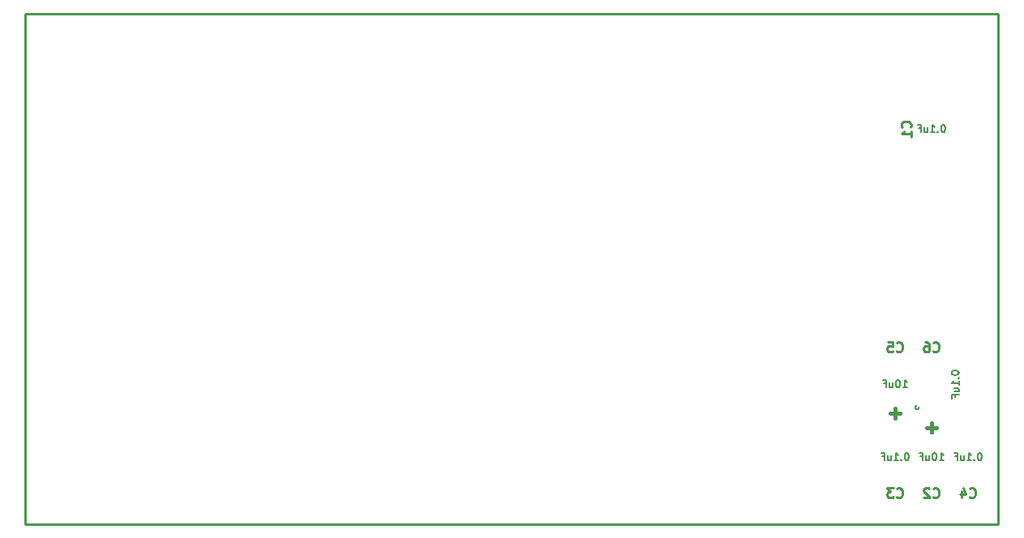
<source format=gbo>
G04 (created by PCBNEW-RS274X (2011-05-25)-stable) date Fri 11 Oct 2013 04:24:49 PM EDT*
G01*
G70*
G90*
%MOIN*%
G04 Gerber Fmt 3.4, Leading zero omitted, Abs format*
%FSLAX34Y34*%
G04 APERTURE LIST*
%ADD10C,0.006000*%
%ADD11C,0.009000*%
%ADD12C,0.015000*%
%ADD13C,0.005000*%
%ADD14C,0.010000*%
%ADD15C,0.096000*%
%ADD16C,0.160000*%
%ADD17C,0.180000*%
%ADD18C,0.175000*%
%ADD19O,0.080000X0.120000*%
%ADD20C,0.080000*%
%ADD21R,0.120000X0.070000*%
%ADD22C,0.140000*%
%ADD23R,0.085000X0.085000*%
%ADD24C,0.085000*%
G04 APERTURE END LIST*
G54D10*
G54D11*
X89500Y-30500D02*
X49500Y-30500D01*
X89500Y-51500D02*
X89500Y-30500D01*
X49500Y-51500D02*
X89500Y-51500D01*
X49500Y-30500D02*
X49500Y-51500D01*
G54D12*
X85050Y-46950D02*
X85450Y-46950D01*
X85250Y-46750D02*
X85250Y-47150D01*
G54D13*
X85800Y-46050D02*
X85800Y-46650D01*
X85800Y-46650D02*
X84700Y-46650D01*
X84700Y-46650D02*
X84700Y-46050D01*
X84700Y-45450D02*
X84700Y-44850D01*
X84700Y-44850D02*
X85800Y-44850D01*
X85800Y-44850D02*
X85800Y-45450D01*
X87300Y-35550D02*
X87300Y-36150D01*
X87300Y-36150D02*
X86200Y-36150D01*
X86200Y-36150D02*
X86200Y-35550D01*
X86200Y-34950D02*
X86200Y-34350D01*
X86200Y-34350D02*
X87300Y-34350D01*
X87300Y-34350D02*
X87300Y-34950D01*
X87700Y-48450D02*
X87700Y-47850D01*
X87700Y-47850D02*
X88800Y-47850D01*
X88800Y-47850D02*
X88800Y-48450D01*
X88800Y-49050D02*
X88800Y-49650D01*
X88800Y-49650D02*
X87700Y-49650D01*
X87700Y-49650D02*
X87700Y-49050D01*
X84700Y-48450D02*
X84700Y-47850D01*
X84700Y-47850D02*
X85800Y-47850D01*
X85800Y-47850D02*
X85800Y-48450D01*
X85800Y-49050D02*
X85800Y-49650D01*
X85800Y-49650D02*
X84700Y-49650D01*
X84700Y-49650D02*
X84700Y-49050D01*
G54D12*
X86950Y-47550D02*
X86550Y-47550D01*
X86750Y-47750D02*
X86750Y-47350D01*
G54D13*
X86200Y-48450D02*
X86200Y-47850D01*
X86200Y-47850D02*
X87300Y-47850D01*
X87300Y-47850D02*
X87300Y-48450D01*
X87300Y-49050D02*
X87300Y-49650D01*
X87300Y-49650D02*
X86200Y-49650D01*
X86200Y-49650D02*
X86200Y-49050D01*
X86220Y-46700D02*
X86218Y-46713D01*
X86214Y-46726D01*
X86208Y-46738D01*
X86199Y-46749D01*
X86189Y-46758D01*
X86177Y-46764D01*
X86164Y-46768D01*
X86150Y-46769D01*
X86137Y-46768D01*
X86124Y-46764D01*
X86112Y-46758D01*
X86102Y-46750D01*
X86093Y-46739D01*
X86086Y-46727D01*
X86082Y-46714D01*
X86081Y-46700D01*
X86082Y-46688D01*
X86085Y-46675D01*
X86092Y-46663D01*
X86100Y-46652D01*
X86111Y-46643D01*
X86122Y-46636D01*
X86135Y-46632D01*
X86149Y-46631D01*
X86162Y-46632D01*
X86175Y-46635D01*
X86187Y-46641D01*
X86198Y-46650D01*
X86207Y-46660D01*
X86213Y-46672D01*
X86218Y-46685D01*
X86219Y-46699D01*
X86220Y-46700D01*
X87300Y-46050D02*
X87300Y-46650D01*
X87300Y-46650D02*
X86200Y-46650D01*
X86200Y-46650D02*
X86200Y-46050D01*
X86200Y-45450D02*
X86200Y-44850D01*
X86200Y-44850D02*
X87300Y-44850D01*
X87300Y-44850D02*
X87300Y-45450D01*
G54D14*
X85316Y-44374D02*
X85335Y-44393D01*
X85392Y-44412D01*
X85430Y-44412D01*
X85488Y-44393D01*
X85526Y-44355D01*
X85545Y-44317D01*
X85564Y-44240D01*
X85564Y-44183D01*
X85545Y-44107D01*
X85526Y-44069D01*
X85488Y-44031D01*
X85430Y-44012D01*
X85392Y-44012D01*
X85335Y-44031D01*
X85316Y-44050D01*
X84954Y-44012D02*
X85145Y-44012D01*
X85164Y-44202D01*
X85145Y-44183D01*
X85107Y-44164D01*
X85011Y-44164D01*
X84973Y-44183D01*
X84954Y-44202D01*
X84935Y-44240D01*
X84935Y-44336D01*
X84954Y-44374D01*
X84973Y-44393D01*
X85011Y-44412D01*
X85107Y-44412D01*
X85145Y-44393D01*
X85164Y-44374D01*
G54D13*
X85571Y-45871D02*
X85743Y-45871D01*
X85657Y-45871D02*
X85657Y-45571D01*
X85686Y-45614D01*
X85714Y-45643D01*
X85743Y-45657D01*
X85385Y-45571D02*
X85357Y-45571D01*
X85328Y-45586D01*
X85314Y-45600D01*
X85300Y-45629D01*
X85285Y-45686D01*
X85285Y-45757D01*
X85300Y-45814D01*
X85314Y-45843D01*
X85328Y-45857D01*
X85357Y-45871D01*
X85385Y-45871D01*
X85414Y-45857D01*
X85428Y-45843D01*
X85443Y-45814D01*
X85457Y-45757D01*
X85457Y-45686D01*
X85443Y-45629D01*
X85428Y-45600D01*
X85414Y-45586D01*
X85385Y-45571D01*
X85028Y-45671D02*
X85028Y-45871D01*
X85157Y-45671D02*
X85157Y-45829D01*
X85142Y-45857D01*
X85114Y-45871D01*
X85071Y-45871D01*
X85042Y-45857D01*
X85028Y-45843D01*
X84786Y-45714D02*
X84886Y-45714D01*
X84886Y-45871D02*
X84886Y-45571D01*
X84743Y-45571D01*
G54D14*
X85874Y-35184D02*
X85893Y-35165D01*
X85912Y-35108D01*
X85912Y-35070D01*
X85893Y-35012D01*
X85855Y-34974D01*
X85817Y-34955D01*
X85740Y-34936D01*
X85683Y-34936D01*
X85607Y-34955D01*
X85569Y-34974D01*
X85531Y-35012D01*
X85512Y-35070D01*
X85512Y-35108D01*
X85531Y-35165D01*
X85550Y-35184D01*
X85912Y-35565D02*
X85912Y-35336D01*
X85912Y-35450D02*
X85512Y-35450D01*
X85569Y-35412D01*
X85607Y-35374D01*
X85626Y-35336D01*
G54D13*
X87242Y-35071D02*
X87214Y-35071D01*
X87185Y-35086D01*
X87171Y-35100D01*
X87157Y-35129D01*
X87142Y-35186D01*
X87142Y-35257D01*
X87157Y-35314D01*
X87171Y-35343D01*
X87185Y-35357D01*
X87214Y-35371D01*
X87242Y-35371D01*
X87271Y-35357D01*
X87285Y-35343D01*
X87300Y-35314D01*
X87314Y-35257D01*
X87314Y-35186D01*
X87300Y-35129D01*
X87285Y-35100D01*
X87271Y-35086D01*
X87242Y-35071D01*
X87014Y-35343D02*
X86999Y-35357D01*
X87014Y-35371D01*
X87028Y-35357D01*
X87014Y-35343D01*
X87014Y-35371D01*
X86713Y-35371D02*
X86885Y-35371D01*
X86799Y-35371D02*
X86799Y-35071D01*
X86828Y-35114D01*
X86856Y-35143D01*
X86885Y-35157D01*
X86456Y-35171D02*
X86456Y-35371D01*
X86585Y-35171D02*
X86585Y-35329D01*
X86570Y-35357D01*
X86542Y-35371D01*
X86499Y-35371D01*
X86470Y-35357D01*
X86456Y-35343D01*
X86214Y-35214D02*
X86314Y-35214D01*
X86314Y-35371D02*
X86314Y-35071D01*
X86171Y-35071D01*
G54D14*
X88316Y-50374D02*
X88335Y-50393D01*
X88392Y-50412D01*
X88430Y-50412D01*
X88488Y-50393D01*
X88526Y-50355D01*
X88545Y-50317D01*
X88564Y-50240D01*
X88564Y-50183D01*
X88545Y-50107D01*
X88526Y-50069D01*
X88488Y-50031D01*
X88430Y-50012D01*
X88392Y-50012D01*
X88335Y-50031D01*
X88316Y-50050D01*
X87973Y-50145D02*
X87973Y-50412D01*
X88069Y-49993D02*
X88164Y-50279D01*
X87916Y-50279D01*
G54D13*
X88742Y-48571D02*
X88714Y-48571D01*
X88685Y-48586D01*
X88671Y-48600D01*
X88657Y-48629D01*
X88642Y-48686D01*
X88642Y-48757D01*
X88657Y-48814D01*
X88671Y-48843D01*
X88685Y-48857D01*
X88714Y-48871D01*
X88742Y-48871D01*
X88771Y-48857D01*
X88785Y-48843D01*
X88800Y-48814D01*
X88814Y-48757D01*
X88814Y-48686D01*
X88800Y-48629D01*
X88785Y-48600D01*
X88771Y-48586D01*
X88742Y-48571D01*
X88514Y-48843D02*
X88499Y-48857D01*
X88514Y-48871D01*
X88528Y-48857D01*
X88514Y-48843D01*
X88514Y-48871D01*
X88213Y-48871D02*
X88385Y-48871D01*
X88299Y-48871D02*
X88299Y-48571D01*
X88328Y-48614D01*
X88356Y-48643D01*
X88385Y-48657D01*
X87956Y-48671D02*
X87956Y-48871D01*
X88085Y-48671D02*
X88085Y-48829D01*
X88070Y-48857D01*
X88042Y-48871D01*
X87999Y-48871D01*
X87970Y-48857D01*
X87956Y-48843D01*
X87714Y-48714D02*
X87814Y-48714D01*
X87814Y-48871D02*
X87814Y-48571D01*
X87671Y-48571D01*
G54D14*
X85316Y-50374D02*
X85335Y-50393D01*
X85392Y-50412D01*
X85430Y-50412D01*
X85488Y-50393D01*
X85526Y-50355D01*
X85545Y-50317D01*
X85564Y-50240D01*
X85564Y-50183D01*
X85545Y-50107D01*
X85526Y-50069D01*
X85488Y-50031D01*
X85430Y-50012D01*
X85392Y-50012D01*
X85335Y-50031D01*
X85316Y-50050D01*
X85183Y-50012D02*
X84935Y-50012D01*
X85069Y-50164D01*
X85011Y-50164D01*
X84973Y-50183D01*
X84954Y-50202D01*
X84935Y-50240D01*
X84935Y-50336D01*
X84954Y-50374D01*
X84973Y-50393D01*
X85011Y-50412D01*
X85126Y-50412D01*
X85164Y-50393D01*
X85183Y-50374D01*
G54D13*
X85742Y-48571D02*
X85714Y-48571D01*
X85685Y-48586D01*
X85671Y-48600D01*
X85657Y-48629D01*
X85642Y-48686D01*
X85642Y-48757D01*
X85657Y-48814D01*
X85671Y-48843D01*
X85685Y-48857D01*
X85714Y-48871D01*
X85742Y-48871D01*
X85771Y-48857D01*
X85785Y-48843D01*
X85800Y-48814D01*
X85814Y-48757D01*
X85814Y-48686D01*
X85800Y-48629D01*
X85785Y-48600D01*
X85771Y-48586D01*
X85742Y-48571D01*
X85514Y-48843D02*
X85499Y-48857D01*
X85514Y-48871D01*
X85528Y-48857D01*
X85514Y-48843D01*
X85514Y-48871D01*
X85213Y-48871D02*
X85385Y-48871D01*
X85299Y-48871D02*
X85299Y-48571D01*
X85328Y-48614D01*
X85356Y-48643D01*
X85385Y-48657D01*
X84956Y-48671D02*
X84956Y-48871D01*
X85085Y-48671D02*
X85085Y-48829D01*
X85070Y-48857D01*
X85042Y-48871D01*
X84999Y-48871D01*
X84970Y-48857D01*
X84956Y-48843D01*
X84714Y-48714D02*
X84814Y-48714D01*
X84814Y-48871D02*
X84814Y-48571D01*
X84671Y-48571D01*
G54D14*
X86816Y-50374D02*
X86835Y-50393D01*
X86892Y-50412D01*
X86930Y-50412D01*
X86988Y-50393D01*
X87026Y-50355D01*
X87045Y-50317D01*
X87064Y-50240D01*
X87064Y-50183D01*
X87045Y-50107D01*
X87026Y-50069D01*
X86988Y-50031D01*
X86930Y-50012D01*
X86892Y-50012D01*
X86835Y-50031D01*
X86816Y-50050D01*
X86664Y-50050D02*
X86645Y-50031D01*
X86607Y-50012D01*
X86511Y-50012D01*
X86473Y-50031D01*
X86454Y-50050D01*
X86435Y-50088D01*
X86435Y-50126D01*
X86454Y-50183D01*
X86683Y-50412D01*
X86435Y-50412D01*
G54D13*
X87071Y-48871D02*
X87243Y-48871D01*
X87157Y-48871D02*
X87157Y-48571D01*
X87186Y-48614D01*
X87214Y-48643D01*
X87243Y-48657D01*
X86885Y-48571D02*
X86857Y-48571D01*
X86828Y-48586D01*
X86814Y-48600D01*
X86800Y-48629D01*
X86785Y-48686D01*
X86785Y-48757D01*
X86800Y-48814D01*
X86814Y-48843D01*
X86828Y-48857D01*
X86857Y-48871D01*
X86885Y-48871D01*
X86914Y-48857D01*
X86928Y-48843D01*
X86943Y-48814D01*
X86957Y-48757D01*
X86957Y-48686D01*
X86943Y-48629D01*
X86928Y-48600D01*
X86914Y-48586D01*
X86885Y-48571D01*
X86528Y-48671D02*
X86528Y-48871D01*
X86657Y-48671D02*
X86657Y-48829D01*
X86642Y-48857D01*
X86614Y-48871D01*
X86571Y-48871D01*
X86542Y-48857D01*
X86528Y-48843D01*
X86286Y-48714D02*
X86386Y-48714D01*
X86386Y-48871D02*
X86386Y-48571D01*
X86243Y-48571D01*
G54D14*
X86816Y-44374D02*
X86835Y-44393D01*
X86892Y-44412D01*
X86930Y-44412D01*
X86988Y-44393D01*
X87026Y-44355D01*
X87045Y-44317D01*
X87064Y-44240D01*
X87064Y-44183D01*
X87045Y-44107D01*
X87026Y-44069D01*
X86988Y-44031D01*
X86930Y-44012D01*
X86892Y-44012D01*
X86835Y-44031D01*
X86816Y-44050D01*
X86473Y-44012D02*
X86550Y-44012D01*
X86588Y-44031D01*
X86607Y-44050D01*
X86645Y-44107D01*
X86664Y-44183D01*
X86664Y-44336D01*
X86645Y-44374D01*
X86626Y-44393D01*
X86588Y-44412D01*
X86511Y-44412D01*
X86473Y-44393D01*
X86454Y-44374D01*
X86435Y-44336D01*
X86435Y-44240D01*
X86454Y-44202D01*
X86473Y-44183D01*
X86511Y-44164D01*
X86588Y-44164D01*
X86626Y-44183D01*
X86645Y-44202D01*
X86664Y-44240D01*
G54D13*
X87571Y-45258D02*
X87571Y-45286D01*
X87586Y-45315D01*
X87600Y-45329D01*
X87629Y-45343D01*
X87686Y-45358D01*
X87757Y-45358D01*
X87814Y-45343D01*
X87843Y-45329D01*
X87857Y-45315D01*
X87871Y-45286D01*
X87871Y-45258D01*
X87857Y-45229D01*
X87843Y-45215D01*
X87814Y-45200D01*
X87757Y-45186D01*
X87686Y-45186D01*
X87629Y-45200D01*
X87600Y-45215D01*
X87586Y-45229D01*
X87571Y-45258D01*
X87843Y-45486D02*
X87857Y-45501D01*
X87871Y-45486D01*
X87857Y-45472D01*
X87843Y-45486D01*
X87871Y-45486D01*
X87871Y-45787D02*
X87871Y-45615D01*
X87871Y-45701D02*
X87571Y-45701D01*
X87614Y-45672D01*
X87643Y-45644D01*
X87657Y-45615D01*
X87671Y-46044D02*
X87871Y-46044D01*
X87671Y-45915D02*
X87829Y-45915D01*
X87857Y-45930D01*
X87871Y-45958D01*
X87871Y-46001D01*
X87857Y-46030D01*
X87843Y-46044D01*
X87714Y-46286D02*
X87714Y-46186D01*
X87871Y-46186D02*
X87571Y-46186D01*
X87571Y-46329D01*
%LPC*%
G54D15*
X88320Y-41000D03*
G54D16*
X87140Y-41000D03*
G54D17*
X84780Y-41000D03*
G54D16*
X87530Y-39230D03*
X87530Y-42770D03*
G54D18*
X50500Y-50500D03*
X51000Y-31500D03*
X83000Y-50500D03*
X80500Y-31500D03*
G54D19*
X56000Y-50500D03*
X57000Y-50500D03*
X58000Y-50500D03*
X59000Y-50500D03*
X60000Y-50500D03*
X61000Y-50500D03*
X62000Y-50500D03*
X63000Y-50500D03*
X65000Y-50500D03*
X66000Y-50500D03*
X67000Y-50500D03*
X68000Y-50500D03*
X69000Y-50500D03*
X70000Y-50500D03*
X71000Y-50500D03*
X72000Y-50500D03*
X74000Y-50500D03*
X75000Y-50500D03*
X76000Y-50500D03*
X77000Y-50500D03*
X78000Y-50500D03*
X79000Y-50500D03*
X80000Y-50500D03*
X81000Y-50500D03*
X52400Y-31500D03*
X53400Y-31500D03*
X54400Y-31500D03*
X55400Y-31500D03*
X56400Y-31500D03*
X57400Y-31500D03*
X58400Y-31500D03*
X59400Y-31500D03*
X60400Y-31500D03*
X61400Y-31500D03*
X63000Y-31500D03*
X70000Y-31500D03*
X69000Y-31500D03*
X68000Y-31500D03*
X67000Y-31500D03*
X66000Y-31500D03*
X65000Y-31500D03*
X64000Y-31500D03*
X72000Y-31500D03*
X73000Y-31500D03*
X74000Y-31500D03*
X75000Y-31500D03*
X76000Y-31500D03*
X77000Y-31500D03*
X78000Y-31500D03*
X79000Y-31500D03*
G54D20*
X82000Y-31500D03*
X83000Y-31500D03*
X82000Y-32500D03*
X83000Y-32500D03*
X82000Y-33500D03*
X83000Y-33500D03*
X82000Y-34500D03*
X83000Y-34500D03*
X82000Y-35500D03*
X83000Y-35500D03*
X82000Y-36500D03*
X83000Y-36500D03*
X82000Y-37500D03*
X83000Y-37500D03*
X82000Y-38500D03*
X83000Y-38500D03*
X82000Y-39500D03*
X83000Y-39500D03*
X82000Y-40500D03*
X83000Y-40500D03*
X82000Y-41500D03*
X83000Y-41500D03*
X82000Y-42500D03*
X83000Y-42500D03*
X82000Y-43500D03*
X83000Y-43500D03*
X82000Y-44500D03*
X83000Y-44500D03*
X82000Y-45500D03*
X83000Y-45500D03*
X82000Y-46500D03*
X83000Y-46500D03*
X82000Y-47500D03*
X83000Y-47500D03*
X82000Y-48500D03*
X83000Y-48500D03*
G54D21*
X85250Y-46350D03*
X85250Y-45150D03*
X86750Y-35850D03*
X86750Y-34650D03*
X88250Y-48150D03*
X88250Y-49350D03*
X85250Y-48150D03*
X85250Y-49350D03*
X86750Y-48150D03*
X86750Y-49350D03*
X86750Y-46350D03*
X86750Y-45150D03*
G54D22*
X55250Y-39000D03*
X59250Y-39000D03*
G54D23*
X57250Y-41000D03*
G54D24*
X56250Y-41000D03*
G54D22*
X55250Y-43000D03*
X75250Y-39000D03*
X79250Y-39000D03*
G54D23*
X77250Y-41000D03*
G54D24*
X76250Y-41000D03*
G54D22*
X75250Y-43000D03*
M02*

</source>
